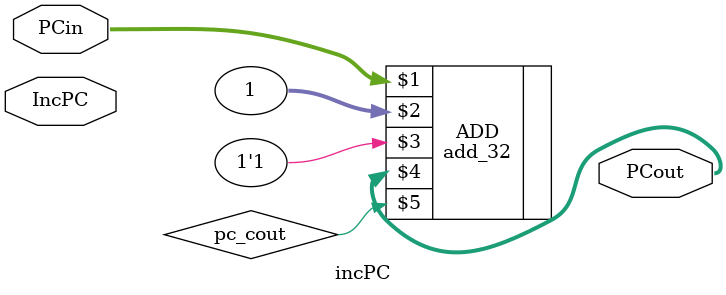
<source format=v>
module incPC(
    input [31:0] PCin,
    input IncPC,
    output [31:0] PCout
);
wire pc_cout;
add_32 ADD(PCin, 32'd1, 1'b1, PCout, pc_cout);

endmodule
</source>
